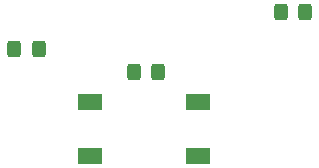
<source format=gbr>
%TF.GenerationSoftware,KiCad,Pcbnew,7.0.10*%
%TF.CreationDate,2024-01-29T00:00:28+02:00*%
%TF.ProjectId,RamenTimer_ki7,52616d65-6e54-4696-9d65-725f6b69372e,rev?*%
%TF.SameCoordinates,Original*%
%TF.FileFunction,Paste,Bot*%
%TF.FilePolarity,Positive*%
%FSLAX46Y46*%
G04 Gerber Fmt 4.6, Leading zero omitted, Abs format (unit mm)*
G04 Created by KiCad (PCBNEW 7.0.10) date 2024-01-29 00:00:28*
%MOMM*%
%LPD*%
G01*
G04 APERTURE LIST*
G04 Aperture macros list*
%AMRoundRect*
0 Rectangle with rounded corners*
0 $1 Rounding radius*
0 $2 $3 $4 $5 $6 $7 $8 $9 X,Y pos of 4 corners*
0 Add a 4 corners polygon primitive as box body*
4,1,4,$2,$3,$4,$5,$6,$7,$8,$9,$2,$3,0*
0 Add four circle primitives for the rounded corners*
1,1,$1+$1,$2,$3*
1,1,$1+$1,$4,$5*
1,1,$1+$1,$6,$7*
1,1,$1+$1,$8,$9*
0 Add four rect primitives between the rounded corners*
20,1,$1+$1,$2,$3,$4,$5,0*
20,1,$1+$1,$4,$5,$6,$7,0*
20,1,$1+$1,$6,$7,$8,$9,0*
20,1,$1+$1,$8,$9,$2,$3,0*%
G04 Aperture macros list end*
%ADD10R,2.100000X1.400000*%
%ADD11RoundRect,0.250000X0.325000X0.450000X-0.325000X0.450000X-0.325000X-0.450000X0.325000X-0.450000X0*%
G04 APERTURE END LIST*
D10*
%TO.C,SW2*%
X158334500Y-111135000D03*
X149234500Y-111135000D03*
X158334500Y-115685000D03*
X149234500Y-115685000D03*
%TD*%
D11*
%TO.C,D3*%
X167392500Y-103510000D03*
X165342500Y-103510000D03*
%TD*%
%TO.C,D2*%
X154960000Y-108580000D03*
X152910000Y-108580000D03*
%TD*%
%TO.C,D1*%
X142800000Y-106690000D03*
X144850000Y-106690000D03*
%TD*%
M02*

</source>
